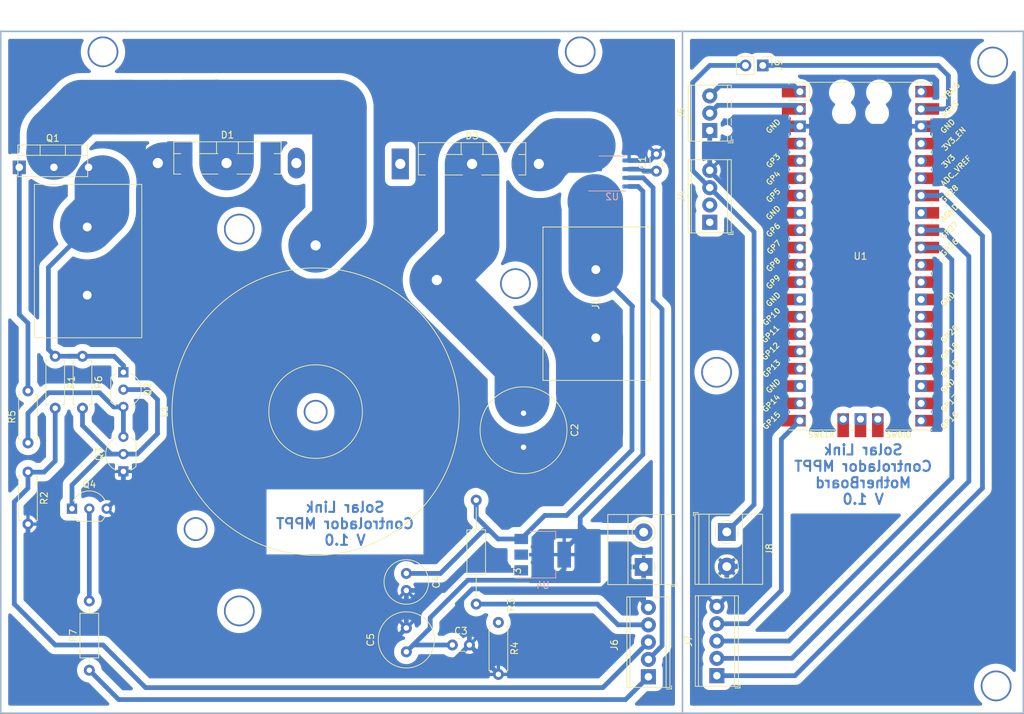
<source format=kicad_pcb>
(kicad_pcb (version 20221018) (generator pcbnew)
  (layers (0 "F.Cu" signal) (31 "B.Cu" signal) (34 "B.Paste" user) (35 "F.Paste" user) (36 "B.SilkS" user "B.Silkscreen") (37 "F.SilkS" user "F.Silkscreen") (38 "B.Mask" user) (39 "F.Mask" user) (44 "Edge.Cuts" user))
  (net 0 "")
  (net 1 "Net-(D3-A)")
  (net 2 "Bat+")
  (net 3 "Fuente 5V")
  (net 4 "Net-(D1-K)")
  (net 5 "BuckOut")
  (net 6 "Panel+")
  (net 7 "PiSDA")
  (net 8 "PiSCL")
  (net 9 "Pi Rx")
  (net 10 "Pi Tx")
  (net 11 "Pi4")
  (net 12 "Pi3")
  (net 13 "Net-(Q1-G)")
  (net 14 "Net-(Q2-B)")
  (net 15 "Net-(Q2-E)")
  (net 16 "Net-(Q4-B)")
  (net 17 "Pi1")
  (net 18 "Pi2")
  (net 19 "Pi SDA")
  (net 20 "Pi SCL")
  (net 53 "Masa")
  (net 54 "Net-(U2-FILTER)")
  (net 55 "Net-(J9-Pin_1)")
  (footprint "Resistor_THT:R_Axial_DIN0207_L6.3mm_D2.5mm_P7.62mm_Horizontal" (layer "F.Cu") (at 71 86.65 -90)
    (fp_text reference "R1" (at 3.81 -2.37 -90) (layer "F.SilkS"))
    (fp_text value "150k")
    (pad "1" thru_hole circle (at 0 0 270) (size 1.6 1.6) (drill 0.8) (layers "*.Cu" "*.Mask") (net 6 "Panel+"))
    (pad "2" thru_hole oval (at 7.62 0 270) (size 1.6 1.6) (drill 0.8) (layers "*.Cu" "*.Mask") (net 17 "Pi1"))
  )
  (footprint "TerminalBlock_Phoenix:TerminalBlock_Phoenix_MPT-0,5-3-2.54_1x03_P2.54mm_Horizontal" (layer "F.Cu") (at 167 53.54 90)
    (fp_text reference "J5" (at 2.54 -4.16 90) (layer "F.SilkS"))
    (fp_text value "ESP32")
    (pad "" np_thru_hole circle (at 0 2.54 90) (size 1.1 1.1) (drill 1.1) (layers "*.Cu" "*.Mask"))
    (pad "" np_thru_hole circle (at 2.54 2.54 90) (size 1.1 1.1) (drill 1.1) (layers "*.Cu" "*.Mask"))
    (pad "" np_thru_hole circle (at 5.08 2.54 90) (size 1.1 1.1) (drill 1.1) (layers "*.Cu" "*.Mask"))
    (pad "1" thru_hole rect (at 0 0 90) (size 2.2 2.2) (drill 1.1) (layers "*.Cu" "*.Mask") (net 53 "Masa"))
    (pad "2" thru_hole circle (at 2.54 0 90) (size 2.2 2.2) (drill 1.1) (layers "*.Cu" "*.Mask") (net 9 "Pi Rx"))
    (pad "3" thru_hole circle (at 5.08 0 90) (size 2.2 2.2) (drill 1.1) (layers "*.Cu" "*.Mask") (net 10 "Pi Tx"))
  )
  (footprint "Raspberry Pi Pico:RPi_Pico_SMD_TH" (layer "F.Cu") (at 189.11 71.97)
    (fp_text reference "U1" (at 0 0) (layer "F.SilkS"))
    (fp_text value "Pico")
    (fp_text user "GND" (at 12.8 6.35 45) (layer "F.SilkS") (effects (font (size 0.8 0.8))))
    (fp_text user "GP14" (at -13.1 21.59 45) (layer "F.SilkS") (effects (font (size 0.8 0.8))))
    (fp_text user "GP17" (at 13.054 21.59 45) (layer "F.SilkS") (effects (font (size 0.8 0.8))))
    (fp_text user "GP19" (at 13.054 13.97 45) (layer "F.SilkS") (effects (font (size 0.8 0.8))))
    (fp_text user "GND" (at 12.8 19.05 45) (layer "F.SilkS") (effects (font (size 0.8 0.8))))
    (fp_text user "GP9" (at -12.8 3.81 45) (layer "F.SilkS") (effects (font (size 0.8 0.8))))
    (fp_text user "GP20" (at 13.054 11.43 45) (layer "F.SilkS") (effects (font (size 0.8 0.8))))
    (fp_text user "GP5" (at -12.8 -8.89 45) (layer "F.SilkS") (effects (font (size 0.8 0.8))))
    (fp_text user "ADC_VREF" (at 14 -12.5 45) (layer "F.SilkS") (effects (font (size 0.8 0.8))))
    (fp_text user "GP8" (at -12.8 1.27 45) (layer "F.SilkS") (effects (font (size 0.8 0.8))))
    (fp_text user "SWCLK" (at -5.7 26.2) (layer "F.SilkS") (effects (font (size 0.8 0.8))))
    (fp_text user "GP12" (at -13.2 13.97 45) (layer "F.SilkS") (effects (font (size 0.8 0.8))))
    (fp_text user "GND" (at 12.8 -19.05 45) (layer "F.SilkS") (effects (font (size 0.8 0.8))))
    (fp_text user "GND" (at -12.8 6.35 45) (layer "F.SilkS") (effects (font (size 0.8 0.8))))
    (fp_text user "GP28" (at 13.054 -9.144 45) (layer "F.SilkS") (effects (font (size 0.8 0.8))))
    (fp_text user "3V3" (at 12.9 -13.9 45) (layer "F.SilkS") (effects (font (size 0.8 0.8))))
    (fp_text user "GP11" (at -13.2 11.43 45) (layer "F.SilkS") (effects (font (size 0.8 0.8))))
    (fp_text user "3V3_EN" (at 13.7 -17.2 45) (layer "F.SilkS") (effects (font (size 0.8 0.8))))
    (fp_text user "GP3" (at -12.8 -13.97 45) (layer "F.SilkS") (effects (font (size 0.8 0.8))))
    (fp_text user "GP10" (at -13.054 8.89 45) (layer "F.SilkS") (effects (font (size 0.8 0.8))))
    (fp_text user "AGND" (at 13.054 -6.35 45) (layer "F.SilkS") (effects (font (size 0.8 0.8))))
    (fp_text user "GP18" (at 13.054 16.51 45) (layer "F.SilkS") (effects (font (size 0.8 0.8))))
    (fp_text user "GP4" (at -12.8 -11.43 45) (layer "F.SilkS") (effects (font (size 0.8 0.8))))
    (fp_text user "GND" (at -12.8 19.05 45) (layer "F.SilkS") (effects (font (size 0.8 0.8))))
    (fp_text user "GP6" (at -12.8 -3.81 45) (layer "F.SilkS") (effects (font (size 0.8 0.8))))
    (fp_text user "VBUS" (at 13.3 -24.2 45) (layer "F.SilkS") (effects (font (size 0.8 0.8))))
    (fp_text user "GP27" (at 13.054 -3.8 45) (layer "F.SilkS") (effects (font (size 0.8 0.8))))
    (fp_text user "GP7" (at -12.7 -1.3 45) (layer "F.SilkS") (effects (font (size 0.8 0.8))))
    (fp_text user "GP15" (at -13.054 24.13 45) (layer "F.SilkS") (effects (font (size 0.8 0.8))))
    (fp_text user "GP16" (at 13.054 24.13 45) (layer "F.SilkS") (effects (font (size 0.8 0.8))))
    (fp_text user "GND" (at -12.8 -6.35 45) (layer "F.SilkS") (effects (font (size 0.8 0.8))))
    (fp_text user "SWDIO" (at 5.6 26.2) (layer "F.SilkS") (effects (font (size 0.8 0.8))))
    (fp_text user "VSYS" (at 13.2 -21.59 45) (layer "F.SilkS") (effects (font (size 0.8 0.8))))
    (fp_text user "GP13" (at -13.054 16.51 45) (layer "F.SilkS") (effects (font (size 0.8 0.8))))
    (fp_text user "GND" (at -12.8 -19.05 45) (layer "F.SilkS") (effects (font (size 0.8 0.8))))
    (fp_text user "GP26" (at 13.054 -1.27 45) (layer "F.SilkS") (effects (font (size 0.8 0.8))))
    (pad "" np_thru_hole oval (at -2.725 -24) (size 1.8 1.8) (drill 1.8) (layers "*.Cu" "*.Mask"))
    (pad "" np_thru_hole oval (at -2.425 -20.97) (size 1.5 1.5) (drill 1.5) (layers "*.Cu" "*.Mask"))
    (pad "" np_thru_hole oval (at 2.425 -20.97) (size 1.5 1.5) (drill 1.5) (layers "*.Cu" "*.Mask"))
    (pad "" np_thru_hole oval (at 2.725 -24) (size 1.8 1.8) (drill 1.8) (layers "*.Cu" "*.Mask"))
    (pad "1" thru_hole oval (at -8.89 -24.13) (size 1.7 1.7) (drill 1.02) (layers "*.Cu" "*.Mask") (net 10 "Pi Tx"))
    (pad "1" smd rect (at -8.89 -24.13) (size 3.5 1.7) (drill (offset -0.9 0)) (layers "F.Cu" "F.Mask") (net 10 "Pi Tx"))
    (pad "2" thru_hole oval (at -8.89 -21.59) (size 1.7 1.7) (drill 1.02) (layers "*.Cu" "*.Mask") (net 9 "Pi Rx"))
    (pad "2" smd rect (at -8.89 -21.59) (size 3.5 1.7) (drill (offset -0.9 0)) (layers "F.Cu" "F.Mask") (net 9 "Pi Rx"))
    (pad "3" thru_hole rect (at -8.89 -19.05) (size 1.7 1.7) (drill 1.02) (layers "*.Cu" "*.Mask") (net 53 "Masa"))
    (pad "3" smd rect (at -8.89 -19.05) (size 3.5 1.7) (drill (offset -0.9 0)) (layers "F.Cu" "F.Mask") (net 53 "Masa"))
    (pad "4" thru_hole oval (at -8.89 -16.51) (size 1.7 1.7) (drill 1.02) (layers "*.Cu" "*.Mask") (net 19 "Pi SDA"))
    (pad "4" smd rect (at -8.89 -16.51) (size 3.5 1.7) (drill (offset -0.9 0)) (layers "F.Cu" "F.Mask") (net 19 "Pi SDA"))
    (pad "5" thru_hole oval (at -8.89 -13.97) (size 1.7 1.7) (drill 1.02) (layers "*.Cu" "*.Mask") (net 20 "Pi SCL"))
    (pad "5" smd rect (at -8.89 -13.97) (size 3.5 1.7) (drill (offset -0.9 0)) (layers "F.Cu" "F.Mask") (net 20 "Pi SCL"))
    (pad "6" thru_hole oval (at -8.89 -11.43) (size 1.7 1.7) (drill 1.02) (layers "*.Cu" "*.Mask"))
    (pad "6" smd rect (at -8.89 -11.43) (size 3.5 1.7) (drill (offset -0.9 0)) (layers "F.Cu" "F.Mask"))
    (pad "7" thru_hole oval (at -8.89 -8.89) (size 1.7 1.7) (drill 1.02) (layers "*.Cu" "*.Mask"))
    (pad "7" smd rect (at -8.89 -8.89) (size 3.5 1.7) (drill (offset -0.9 0)) (layers "F.Cu" "F.Mask"))
    (pad "8" thru_hole rect (at -8.89 -6.35) (size 1.7 1.7) (drill 1.02) (layers "*.Cu" "*.Mask"))
    (pad "8" smd rect (at -8.89 -6.35) (size 3.5 1.7) (drill (offset -0.9 0)) (layers "F.Cu" "F.Mask"))
    (pad "9" thru_hole oval (at -8.89 -3.81) (size 1.7 1.7) (drill 1.02) (layers "*.Cu" "*.Mask"))
    (pad "9" smd rect (at -8.89 -3.81) (size 3.5 1.7) (drill (offset -0.9 0)) (layers "F.Cu" "F.Mask"))
    (pad "10" thru_hole oval (at -8.89 -1.27) (size 1.7 1.7) (drill 1.02) (layers "*.Cu" "*.Mask"))
    (pad "10" smd rect (at -8.89 -1.27) (size 3.5 1.7) (drill (offset -0.9 0)) (layers "F.Cu" "F.Mask"))
    (pad "11" thru_hole oval (at -8.89 1.27) (size 1.7 1.7) (drill 1.02) (layers "*.Cu" "*.Mask"))
    (pad "11" smd rect (at -8.89 1.27) (size 3.5 1.7) (drill (offset -0.9 0)) (layers "F.Cu" "F.Mask"))
    (pad "12" thru_hole oval (at -8.89 3.81) (size 1.7 1.7) (drill 1.02) (layers "*.Cu" "*.Mask"))
    (pad "12" smd rect (at -8.89 3.81) (size 3.5 1.7) (drill (offset -0.9 0)) (layers "F.Cu" "F.Mask"))
    (pad "13" thru_hole rect (at -8.89 6.35) (size 1.7 1.7) (drill 1.02) (layers "*.Cu" "*.Mask"))
    (pad "13" smd rect (at -8.89 6.35) (size 3.5 1.7) (drill (offset -0.9 0)) (layers "F.Cu" "F.Mask"))
    (pad "14" thru_hole oval (at -8.89 8.89) (size 1.7 1.7) (drill 1.02) (layers "*.Cu" "*.Mask"))
    (pad "14" smd rect (at -8.89 8.89) (size 3.5 1.7) (drill (offset -0.9 0)) (layers "F.Cu" "F.Mask"))
    (pad "15" thru_hole oval (at -8.89 11.43) (size 1.7 1.7) (drill 1.02) (layers "*.Cu" "*.Mask"))
    (pad "15" smd rect (at -8.89 11.43) (size 3.5 1.7) (drill (offset -0.9 0)) (layers "F.Cu" "F.Mask"))
    (pad "16" thru_hole oval (at -8.89 13.97) (size 1.7 1.7) (drill 1.02) (layers "*.Cu" "*.Mask"))
    (pad "16" smd rect (at -8.89 13.97) (size 3.5 1.7) (drill (offset -0.9 0)) (layers "F.Cu" "F.Mask"))
    (pad "17" thru_hole oval (at -8.89 16.51) (size 1.7 1.7) (drill 1.02) (layers "*.Cu" "*.Mask"))
    (pad "17" smd rect (at -8.89 16.51) (size 3.5 1.7) (drill (offset -0.9 0)) (layers "F.Cu" "F.Mask"))
    (pad "18" thru_hole rect (at -8.89 19.05) (size 1.7 1.7) (drill 1.02) (layers "*.Cu" "*.Mask"))
    (pad "18" smd rect (at -8.89 19.05) (size 3.5 1.7) (drill (offset -0.9 0)) (layers "F.Cu" "F.Mask"))
    (pad "19" thru_hole oval (at -8.89 21.59) (size 1.7 1.7) (drill 1.02) (layers "*.Cu" "*.Mask"))
    (pad "19" smd rect (at -8.89 21.59) (size 3.5 1.7) (drill (offset -0.9 0)) (layers "F.Cu" "F.Mask"))
    (pad "20" thru_hole oval (at -8.89 24.13) (size 1.7 1.7) (drill 1.02) (layers "*.Cu" "*.Mask") (net 11 "Pi4"))
    (pad "20" smd rect (at -8.89 24.13) (size 3.5 1.7) (drill (offset -0.9 0)) (layers "F.Cu" "F.Mask") (net 11 "Pi4"))
    (pad "21" thru_hole oval (at 8.89 24.13) (size 1.7 1.7) (drill 1.02) (layers "*.Cu" "*.Mask"))
    (pad "21" smd rect (at 8.89 24.13) (size 3.5 1.7) (drill (offset 0.9 0)) (layers "F.Cu" "F.Mask"))
    (pad "22" thru_hole oval (at 8.89 21.59) (size 1.7 1.7) (drill 1.02) (layers "*.Cu" "*.Mask"))
    (pad "22" smd rect (at 8.89 21.59) (size 3.5 1.7) (drill (offset 0.9 0)) (layers "F.Cu" "F.Mask"))
    (pad "23" thru_hole rect (at 8.89 19.05) (size 1.7 1.7) (drill 1.02) (layers "*.Cu" "*.Mask"))
    (pad "23" smd rect (at 8.89 19.05) (size 3.5 1.7) (drill (offset 0.9 0)) (layers "F.Cu" "F.Mask"))
    (pad "24" thru_hole oval (at 8.89 16.51) (size 1.7 1.7) (drill 1.02) (layers "*.Cu" "*.Mask"))
    (pad "24" smd rect (at 8.89 16.51) (size 3.5 1.7) (drill (offset 0.9 0)) (layers "F.Cu" "F.Mask"))
    (pad "25" thru_hole oval (at 8.89 13.97) (size 1.7 1.7) (drill 1.02) (layers "*.Cu" "*.Mask"))
    (pad "25" smd rect (at 8.89 13.97) (size 3.5 1.7) (drill (offset 0.9 0)) (layers "F.Cu" "F.Mask"))
    (pad "26" thru_hole oval (at 8.89 11.43) (size 1.7 1.7) (drill 1.02) (layers "*.Cu" "*.Mask"))
    (pad "26" smd rect (at 8.89 11.43) (size 3.5 1.7) (drill (offset 0.9 0)) (layers "F.Cu" "F.Mask"))
    (pad "27" thru_hole oval (at 8.89 8.89) (size 1.7 1.7) (drill 1.02) (layers "*.Cu" "*.Mask"))
    (pad "27" smd rect (at 8.89 8.89) (size 3.5 1.7) (drill (offset 0.9 0)) (layers "F.Cu" "F.Mask"))
    (pad "28" thru_hole rect (at 8.89 6.35) (size 1.7 1.7) (drill 1.02) (layers "*.Cu" "*.Mask"))
    (pad "28" smd rect (at 8.89 6.35) (size 3.5 1.7) (drill (offset 0.9 0)) (layers "F.Cu" "F.Mask"))
    (pad "29" thru_hole oval (at 8.89 3.81) (size 1.7 1.7) (drill 1.02) (layers "*.Cu" "*.Mask"))
    (pad "29" smd rect (at 8.89 3.81) (size 3.5 1.7) (drill (offset 0.9 0)) (layers "F.Cu" "F.Mask"))
    (pad "30" thru_hole oval (at 8.89 1.27) (size 1.7 1.7) (drill 1.02) (layers "*.Cu" "*.Mask"))
    (pad "30" smd rect (at 8.89 1.27) (size 3.5 1.7) (drill (offset 0.9 0)) (layers "F.Cu" "F.Mask"))
    (pad "31" thru_hole oval (at 8.89 -1.27) (size 1.7 1.7) (drill 1.02) (layers "*.Cu" "*.Mask") (net 17 "Pi1"))
    (pad "31" smd rect (at 8.89 -1.27) (size 3.5 1.7) (drill (offset 0.9 0)) (layers "F.Cu" "F.Mask") (net 17 "Pi1"))
    (pad "32" thru_hole oval (at 8.89 -3.81) (size 1.7 1.7) (drill 1.02) (layers "*.Cu" "*.Mask") (net 18 "Pi2"))
    (pad "32" smd rect (at 8.89 -3.81) (size 3.5 1.7) (drill (offset 0.9 0)) (layers "F.Cu" "F.Mask") (net 18 "Pi2"))
    (pad "33" thru_hole rect (at 8.89 -6.35) (size 1.7 1.7) (drill 1.02) (layers "*.Cu" "*.Mask"))
    (pad "33" smd rect (at 8.89 -6.35) (size 3.5 1.7) (drill (offset 0.9 0)) (layers "F.Cu" "F.Mask"))
    (pad "34" thru_hole oval (at 8.89 -8.89) (size 1.7 1.7) (drill 1.02) (layers "*.Cu" "*.Mask") (net 12 "Pi3"))
    (pad "34" smd rect (at 8.89 -8.89) (size 3.5 1.7) (drill (offset 0.9 0)) (layers "F.Cu" "F.Mask") (net 12 "Pi3"))
    (pad "35" thru_hole oval (at 8.89 -11.43) (size 1.7 1.7) (drill 1.02) (layers "*.Cu" "*.Mask"))
    (pad "35" smd rect (at 8.89 -11.43) (size 3.5 1.7) (drill (offset 0.9 0)) (layers "F.Cu" "F.Mask"))
    (pad "36" thru_hole oval (at 8.89 -13.97) (size 1.7 1.7) (drill 1.02) (layers "*.Cu" "*.Mask"))
    (pad "36" smd rect (at 8.89 -13.97) (size 3.5 1.7) (drill (offset 0.9 0)) (layers "F.Cu" "F.Mask"))
    (pad "37" thru_hole oval (at 8.89 -16.51) (size 1.7 1.7) (drill 1.02) (layers "*.Cu" "*.Mask"))
    (pad "37" smd rect (at 8.89 -16.51) (size 3.5 1.7) (drill (offset 0.9 0)) (layers "F.Cu" "F.Mask"))
    (pad "38" thru_hole rect (at 8.89 -19.05) (size 1.7 1.7) (drill 1.02) (layers "*.Cu" "*.Mask") (net 53 "Masa"))
    (pad "38" smd rect (at 8.89 -19.05) (size 3.5 1.7) (drill (offset 0.9 0)) (layers "F.Cu" "F.Mask") (net 53 "Masa"))
    (pad "39" thru_hole oval (at 8.89 -21.59) (size 1.7 1.7) (drill 1.02) (layers "*.Cu" "*.Mask") (net 55 "Net-(J9-Pin_1)"))
    (pad "39" smd rect (at 8.89 -21.59) (size 3.5 1.7) (drill (offset 0.9 0)) (layers "F.Cu" "F.Mask") (net 55 "Net-(J9-Pin_1)"))
    (pad "40" thru_hole oval (at 8.89 -24.13) (size 1.7 1.7) (drill 1.02) (layers "*.Cu" "*.Mask"))
    (pad "40" smd rect (at 8.89 -24.13) (size 3.5 1.7) (drill (offset 0.9 0)) (layers "F.Cu" "F.Mask"))
    (pad "41" thru_hole oval (at -2.54 23.9) (size 1.7 1.7) (drill 1.02) (layers "*.Cu" "*.Mask"))
    (pad "41" smd rect (at -2.54 23.9 90) (size 3.5 1.7) (drill (offset -0.9 0)) (layers "F.Cu" "F.Mask"))
    (pad "42" thru_hole rect (at 0 23.9) (size 1.7 1.7) (drill 1.02) (layers "*.Cu" "*.Mask"))
    (pad "42" smd rect (at 0 23.9 90) (size 3.5 1.7) (drill (offset -0.9 0)) (layers "F.Cu" "F.Mask"))
    (pad "43" thru_hole oval (at 2.54 23.9) (size 1.7 1.7) (drill 1.02) (layers "*.Cu" "*.Mask"))
    (pad "43" smd rect (at 2.54 23.9 90) (size 3.5 1.7) (drill (offset -0.9 0)) (layers "F.Cu" "F.Mask"))
  )
  (footprint "Capacitor_THT:C_Radial_D6.3mm_H11.0mm_P2.50mm" (layer "F.Cu") (at 122.5 118.5 -90)
    (fp_text reference "C4" (at 1.25 -4.4 90) (layer "F.SilkS"))
    (fp_text value "10uF")
    (pad "1" thru_hole circle (at 0 0 270) (size 1.6 1.6) (drill 0.8) (layers "*.Cu" "*.Mask") (net 2 "Bat+"))
    (pad "2" thru_hole circle (at 2.5 0 270) (size 1.6 1.6) (drill 0.8) (layers "*.Cu" "*.Mask") (net 53 "Masa"))
  )
  (footprint "TerminalBlock_Phoenix:TerminalBlock_Phoenix_MKDS-1,5-2-5.08_1x02_P5.08mm_Horizontal" (layer "F.Cu") (at 169.5 112.42 -90)
    (fp_text reference "J8" (at 2.54 -6.26 90) (layer "F.SilkS"))
    (fp_text value "Fuente 5v IN")
    (pad "1" thru_hole rect (at 0 0 270) (size 2.6 2.6) (drill 1.3) (layers "*.Cu" "*.Mask") (net 3 "Fuente 5V"))
    (pad "2" thru_hole circle (at 5.08 0 270) (size 2.6 2.6) (drill 1.3) (layers "*.Cu" "*.Mask") (net 53 "Masa"))
  )
  (footprint "Resistor_THT:R_Axial_DIN0207_L6.3mm_D2.5mm_P7.62mm_Horizontal" (layer "F.Cu") (at 75 86.65 -90)
    (fp_text reference "R6" (at 3.81 -2.37 -90) (layer "F.SilkS"))
    (fp_text value "470")
    (pad "1" thru_hole circle (at 0 0 270) (size 1.6 1.6) (drill 0.8) (layers "*.Cu" "*.Mask") (net 6 "Panel+"))
    (pad "2" thru_hole oval (at 7.62 0 270) (size 1.6 1.6) (drill 0.8) (layers "*.Cu" "*.Mask") (net 14 "Net-(Q2-B)"))
  )
  (footprint "TerminalBlock_Phoenix:TerminalBlock_Phoenix_MKDS-1,5-2-5.08_1x02_P5.08mm_Horizontal" (layer "F.Cu") (at 157.305 117.545 90)
    (fp_text reference "J3" (at -0.96 -18.51 90) (layer "F.SilkS"))
    (fp_text value "Fuente 5V Out")
    (pad "1" thru_hole circle (at 5.08 0 90) (size 2.6 2.6) (drill 1.3) (layers "*.Cu" "*.Mask") (net 3 "Fuente 5V"))
    (pad "2" thru_hole rect (at 0 0 90) (size 2.6 2.6) (drill 1.3) (layers "*.Cu" "*.Mask") (net 53 "Masa"))
  )
  (footprint "Resistor_THT:R_Axial_DIN0207_L6.3mm_D2.5mm_P7.62mm_Horizontal" (layer "F.Cu") (at 67 99.35 90)
    (fp_text reference "R5" (at 3.81 -2.37 90) (layer "F.SilkS"))
    (fp_text value "47")
    (pad "1" thru_hole circle (at 0 0 90) (size 1.6 1.6) (drill 0.8) (layers "*.Cu" "*.Mask") (net 15 "Net-(Q2-E)"))
    (pad "2" thru_hole oval (at 7.62 0 90) (size 1.6 1.6) (drill 0.8) (layers "*.Cu" "*.Mask") (net 13 "Net-(Q1-G)"))
  )
  (footprint "Inductor_THT:L_Toroid_Horizontal_D41.9mm_P37.60mm_Vishay_TJ7" (layer "F.Cu") (at 109.19 113.5675 90)
    (fp_text reference "L1" (at 18.8 -22.2 90) (layer "F.SilkS"))
    (fp_text value "80uH")
    (pad "1" thru_hole circle (at 43.18 0 90) (size 3 3) (drill 1.5) (layers "*.Cu" "*.Mask") (net 4 "Net-(D1-K)"))
    (pad "2" thru_hole circle (at 38.1 17.78 90) (size 3 3) (drill 1.5) (layers "*.Cu" "*.Mask") (net 1 "Net-(D3-A)"))
  )
  (footprint "TerminalBlock_Phoenix:TerminalBlock_Phoenix_MPT-0,5-4-2.54_1x04_P2.54mm_Horizontal" (layer "F.Cu") (at 167 67 90)
    (fp_text reference "J4" (at 3.81 -4.16 90) (layer "F.SilkS"))
    (fp_text value "LCD")
    (pad "1" thru_hole rect (at 0 0 90) (size 2.2 2.2) (drill 1.1) (layers "*.Cu" "*.Mask") (net 7 "PiSDA"))
    (pad "2" thru_hole circle (at 2.54 0 90) (size 2.2 2.2) (drill 1.1) (layers "*.Cu" "*.Mask") (net 8 "PiSCL"))
    (pad "3" thru_hole circle (at 5.08 0 90) (size 2.2 2.2) (drill 1.1) (layers "*.Cu" "*.Mask") (net 3 "Fuente 5V"))
    (pad "4" thru_hole circle (at 7.62 0 90) (size 2.2 2.2) (drill 1.1) (layers "*.Cu" "*.Mask") (net 53 "Masa"))
  )
  (footprint "Capacitor_THT:C_Disc_D3.0mm_W1.6mm_P2.50mm" (layer "F.Cu") (at 129.25 129)
    (fp_text reference "C3" (at 1.25 -2.05) (layer "F.SilkS"))
    (fp_text value "0,1uF")
    (pad "1" thru_hole circle (at 0 0) (size 1.6 1.6) (drill 0.8) (layers "*.Cu" "*.Mask") (net 3 "Fuente 5V"))
    (pad "2" thru_hole circle (at 2.5 0) (size 1.6 1.6) (drill 0.8) (layers "*.Cu" "*.Mask") (net 53 "Masa"))
  )
  (footprint "Package_TO_SOT_THT:TO-3P-3_Vertical" (layer "F.Cu") (at 91.13 58.315)
    (fp_text reference "D1" (at 5.13 -4.12) (layer "F.SilkS"))
    (fp_text value "D")
    (pad "1" thru_hole oval (at 5 0) (size 2.5 4.5) (drill 1.5) (layers "*.Cu" "*.Mask") (net 4 "Net-(D1-K)"))
    (pad "2" thru_hole rect (at -5.08 0) (size 2.5 4.5) (drill 1.5) (layers "*.Cu" "*.Mask") (net 53 "Masa"))
    (pad "3" thru_hole oval (at 15.24 0) (size 2.5 4.5) (drill 1.5) (layers "*.Cu" "*.Mask"))
  )
  (footprint "Package_TO_SOT_THT:TO-220-3_Vertical" (layer "F.Cu") (at 65.73 58.94)
    (fp_text reference "Q1" (at 4.91 -4.27) (layer "F.SilkS"))
    (fp_text value "IRLZ44N")
    (pad "1" thru_hole rect (at 0 0) (size 1.905 2) (drill 1.1) (layers "*.Cu" "*.Mask") (net 13 "Net-(Q1-G)"))
    (pad "2" thru_hole oval (at 5.08 0) (size 1.905 2) (drill 1.1) (layers "*.Cu" "*.Mask") (net 4 "Net-(D1-K)"))
    (pad "3" thru_hole oval (at 10.16 0) (size 1.905 2) (drill 1.1) (layers "*.Cu" "*.Mask") (net 6 "Panel+"))
  )
  (footprint "Capacitor_THT:C_Disc_D3.0mm_W1.6mm_P2.50mm" (layer "F.Cu") (at 159.165 59.5 90)
    (fp_text reference "C1" (at 1.25 -2.05 90) (layer "F.SilkS"))
    (fp_text value "1nF")
    (pad "1" thru_hole circle (at 0 0 90) (size 1.6 1.6) (drill 0.8) (layers "*.Cu" "*.Mask") (net 54 "Net-(U2-FILTER)"))
    (pad "2" thru_hole circle (at 2.5 0 90) (size 1.6 1.6) (drill 0.8) (layers "*.Cu" "*.Mask") (net 53 "Masa"))
  )
  (footprint "Capacitor_THT:C_Radial_D12.5mm_H25.0mm_P5.00mm" (layer "F.Cu") (at 139.69 95 -90)
    (fp_text reference "C2" (at 2.5 -7.5 90) (layer "F.SilkS"))
    (fp_text value "1000uF")
    (pad "1" thru_hole circle (at 0 0 270) (size 1.6 1.6) (drill 0.8) (layers "*.Cu" "*.Mask") (net 1 "Net-(D3-A)"))
    (pad "2" thru_hole circle (at 5 0 270) (size 1.6 1.6) (drill 0.8) (layers "*.Cu" "*.Mask") (net 53 "Masa"))
  )
  (footprint "TerminalBlock_Phoenix:TerminalBlock_Phoenix_MPT-0,5-5-2.54_1x05_P2.54mm_Horizontal" (layer "F.Cu") (at 168.04 133.5 90)
    (fp_text reference "J7" (at 5.08 -4.16 90) (layer "F.SilkS"))
    (fp_text value "Intercom 2")
    (pad "1" thru_hole circle (at 7.62 0 90) (size 2.2 2.2) (drill 1.1) (layers "*.Cu" "*.Mask") (net 11 "Pi4"))
    (pad "2" thru_hole rect (at 0 0 90) (size 2.2 2.2) (drill 1.1) (layers "*.Cu" "*.Mask") (net 12 "Pi3"))
    (pad "3" thru_hole circle (at 2.54 0 90) (size 2.2 2.2) (drill 1.1) (layers "*.Cu" "*.Mask") (net 18 "Pi2"))
    (pad "4" thru_hole circle (at 5.08 0 90) (size 2.2 2.2) (drill 1.1) (layers "*.Cu" "*.Mask") (net 17 "Pi1"))
    (pad "5" thru_hole circle (at 10.16 0 90) (size 2.2 2.2) (drill 1.1) (layers "*.Cu" "*.Mask") (net 53 "Masa"))
  )
  (footprint "Resistor_THT:R_Axial_DIN0207_L6.3mm_D2.5mm_P7.62mm_Horizontal" (layer "F.Cu") (at 67 103.65 -90)
    (fp_text reference "R2" (at 3.81 -2.37 -90) (layer "F.SilkS"))
    (fp_text value "10k")
    (pad "1" thru_hole circle (at 0 0 270) (size 1.6 1.6) (drill 0.8) (layers "*.Cu" "*.Mask") (net 17 "Pi1"))
    (pad "2" thru_hole oval (at 7.62 0 270) (size 1.6 1.6) (drill 0.8) (layers "*.Cu" "*.Mask") (net 53 "Masa"))
  )
  (footprint "Capacitor_THT:C_Radial_D8.0mm_H11.5mm_P3.50mm" (layer "F.Cu") (at 122.5 130 90)
    (fp_text reference "C5" (at 1.75 -5.25 90) (layer "F.SilkS"))
    (fp_text value "100uF")
    (pad "1" thru_hole circle (at 0 0 90) (size 1.6 1.6) (drill 0.8) (layers "*.Cu" "*.Mask") (net 3 "Fuente 5V"))
    (pad "2" thru_hole circle (at 3.5 0 90) (size 1.6 1.6) (drill 0.8) (layers "*.Cu" "*.Mask") (net 53 "Masa"))
  )
  (footprint "Package_TO_SOT_THT:TO-92_Inline_Wide" (layer "F.Cu") (at 81 103.54 90)
    (fp_text reference "Q3" (at 2.54 -3.56 90) (layer "F.SilkS"))
    (fp_text value "BC558")
    (pad "1" thru_hole rect (at 0 0 90) (size 1.5 1.5) (drill 0.8) (layers "*.Cu" "*.Mask") (net 53 "Masa"))
    (pad "2" thru_hole circle (at 2.54 0 90) (size 1.5 1.5) (drill 0.8) (layers "*.Cu" "*.Mask") (net 14 "Net-(Q2-B)"))
    (pad "3" thru_hole circle (at 5.08 0 90) (size 1.5 1.5) (drill 0.8) (layers "*.Cu" "*.Mask") (net 15 "Net-(Q2-E)"))
  )
  (footprint "Package_TO_SOT_THT:TO-3P-3_Vertical" (layer "F.Cu") (at 126.69 58.44)
    (fp_text reference "D3" (at 5.45 -4.12) (layer "F.SilkS"))
    (fp_text value "D")
    (pad "1" thru_hole oval (at 15.24 0) (size 2.5 4.5) (drill 1.5) (layers "*.Cu" "*.Mask") (net 5 "BuckOut"))
    (pad "2" thru_hole oval (at 5.45 0) (size 2.5 4.5) (drill 1.5) (layers "*.Cu" "*.Mask") (net 1 "Net-(D3-A)"))
    (pad "3" thru_hole rect (at -5.08 0) (size 2.5 4.5) (drill 1.5) (layers "*.Cu" "*.Mask"))
  )
  (footprint "TerminalBlock_MetzConnect:TerminalBlock_MetzConnect_Type067_RT01902HDWC_1x02_P10.00mm_Horizontal" (layer "F.Cu") (at 75.69 77.94 90)
    (fp_text reference "J2" hide)
    (fp_text value "Panel Solar" hide)
    (pad "1" thru_hole circle (at 10.25 0 90) (size 2.6 2.6) (drill 1.3) (layers "*.Cu" "*.Mask") (net 6 "Panel+"))
    (pad "2" thru_hole rect (at 0.25 0 90) (size 2.6 2.6) (drill 1.3) (layers "*.Cu" "*.Mask") (net 53 "Masa"))
  )
  (footprint "Resistor_THT:R_Axial_DIN0207_L6.3mm_D2.5mm_P7.62mm_Horizontal" (layer "F.Cu") (at 136 125.69 -90)
    (fp_text reference "R4" (at 3.81 -2.37 -90) (layer "F.SilkS"))
    (fp_text value "10k")
    (pad "1" thru_hole circle (at 0 0 270) (size 1.6 1.6) (drill 0.8) (layers "*.Cu" "*.Mask") (net 18 "Pi2"))
    (pad "2" thru_hole oval (at 7.62 0 270) (size 1.6 1.6) (drill 0.8) (layers "*.Cu" "*.Mask") (net 53 "Masa"))
  )
  (footprint "Connector_PinHeader_2.54mm:PinHeader_1x02_P2.54mm_Vertical" (layer "F.Cu") (at 174.775 44 -90)
    (fp_text reference "J9" (at 0 -2.33 -90) (layer "F.SilkS"))
    (fp_text value "Conn_01x02_MountingPin")
    (pad "1" thru_hole rect (at 0 0 270) (size 1.7 1.7) (drill 1) (layers "*.Cu" "*.Mask") (net 55 "Net-(J9-Pin_1)"))
    (pad "2" thru_hole oval (at 0 2.54 270) (size 1.7 1.7) (drill 1) (layers "*.Cu" "*.Mask") (net 3 "Fuente 5V"))
  )
  (footprint "Resistor_THT:R_Axial_DIN0207_L6.3mm_D2.5mm_P15.24mm_Horizontal" (layer "F.Cu") (at 132.75 107.76 -90)
    (fp_text reference "R3" (at 15.37 -5.12 -90) (layer "F.SilkS"))
    (fp_text value "100k")
    (pad "1" thru_hole circle (at 0 0 270) (size 1.6 1.6) (drill 0.8) (layers "*.Cu" "*.Mask") (net 2 "Bat+"))
    (pad "2" thru_hole oval (at 15.24 0 270) (size 1.6 1.6) (drill 0.8) (layers "*.Cu" "*.Mask") (net 18 "Pi2"))
  )
  (footprint "TerminalBlock_MetzConnect:TerminalBlock_MetzConnect_Type067_RT01902HDWC_1x02_P10.00mm_Horizontal" (layer "F.Cu") (at 150.285 83.94 90)
    (fp_text reference "J1" (at 5 0 90) (layer "F.SilkS"))
    (fp_text value "Bateria")
    (pad "1" thru_hole circle (at 10 0 90) (size 2.6 2.6) (drill 1.3) (layers "*.Cu" "*.Mask") (net 2 "Bat+"))
    (pad "2" thru_hole rect (at 0 0 90) (size 2.6 2.6) (drill 1.3) (layers "*.Cu" "*.Mask") (net 53 "Masa"))
  )
  (footprint "Package_TO_SOT_THT:TO-92_Inline_Wide" (layer "F.Cu") (at 81 89 -90)
    (fp_text reference "Q2" (at 2.54 -3.56 -90) (layer "F.SilkS"))
    (fp_text value "BC548")
    (pad "1" thru_hole rect (at 0 0 270) (size 1.5 1.5) (drill 0.8) (layers "*.Cu" "*.Mask") (net 6 "Panel+"))
    (pad "2" thru_hole circle (at 2.54 0 270) (size 1.5 1.5) (drill 0.8) (layers "*.Cu" "*.Mask") (net 14 "Net-(Q2-B)"))
    (pad "3" thru_hole circle (at 5.08 0 270) (size 1.5 1.5) (drill 0.8) (layers "*.Cu" "*.Mask") (net 15 "Net-(Q2-E)"))
  )
  (footprint "Package_TO_SOT_THT:TO-92_Inline_Wide" (layer "F.Cu") (at 73.46 109)
    (fp_text reference "Q4" (at 2.54 -3.56) (layer "F.SilkS"))
    (fp_text value "BC548")
    (pad "1" thru_hole rect (at 0 0) (size 1.5 1.5) (drill 0.8) (layers "*.Cu" "*.Mask") (net 14 "Net-(Q2-B)"))
    (pad "2" thru_hole circle (at 2.54 0) (size 1.5 1.5) (drill 0.8) (layers "*.Cu" "*.Mask") (net 16 "Net-(Q4-B)"))
    (pad "3" thru_hole circle (at 5.08 0) (size 1.5 1.5) (drill 0.8) (layers "*.Cu" "*.Mask") (net 53 "Masa"))
  )
  (footprint "Resistor_THT:R_Axial_DIN0207_L6.3mm_D2.5mm_P10.16mm_Horizontal" (layer "F.Cu") (at 76 132.7 90)
    (fp_text reference "R7" (at 5.08 -2.37 90) (layer "F.SilkS"))
    (fp_text value "4,7k")
    (pad "1" thru_hole circle (at 0 0 90) (size 1.6 1.6) (drill 0.8) (layers "*.Cu" "*.Mask") (net 11 "Pi4"))
    (pad "2" thru_hole oval (at 10.16 0 90) (size 1.6 1.6) (drill 0.8) (layers "*.Cu" "*.Mask") (net 16 "Net-(Q4-B)"))
  )
  (footprint "TerminalBlock_Phoenix:TerminalBlock_Phoenix_MPT-0,5-5-2.54_1x05_P2.54mm_Horizontal" (layer "F.Cu") (at 158 133.66 90)
    (fp_text reference "J6" (at 4.66 -5 90) (layer "F.SilkS"))
    (fp_text value "Intercom 1")
    (pad "1" thru_hole rect (at 0 0 90) (size 2.2 2.2) (drill 1.1) (layers "*.Cu" "*.Mask") (net 11 "Pi4"))
    (pad "2" thru_hole circle (at 2.54 0 90) (size 2.2 2.2) (drill 1.1) (layers "*.Cu" "*.Mask") (net 12 "Pi3"))
    (pad "3" thru_hole circle (at 7.62 0 90) (size 2.2 2.2) (drill 1.1) (layers "*.Cu" "*.Mask") (net 18 "Pi2"))
    (pad "4" thru_hole circle (at 5.08 0 90) (size 2.2 2.2) (drill 1.1) (layers "*.Cu" "*.Mask") (net 17 "Pi1"))
    (pad "5" thru_hole circle (at 10.16 0 90) (size 2.2 2.2) (drill 1.1) (layers "*.Cu" "*.Mask") (net 53 "Masa"))
  )
  (footprint "Package_TO_SOT_SMD:SOT-223-3_TabPin2" (layer "B.Cu") (at 142.5 115.75)
    (fp_text reference "U4" (at 0 4.5) (layer "B.SilkS") (effects (justify mirror)))
    (fp_text value "AMS1117-5.0")
    (pad "1" smd rect (at -3.15 2.3) (size 2 1.5) (layers "B.Cu" "B.Paste" "B.Mask") (net 53 "Masa"))
    (pad "2" smd rect (at -3.15 0) (size 2 1.5) (layers "B.Cu" "B.Paste" "B.Mask") (net 3 "Fuente 5V"))
    (pad "2" smd rect (at 3.15 0) (size 2 3.8) (layers "B.Cu" "B.Paste" "B.Mask") (net 3 "Fuente 5V"))
    (pad "3" smd rect (at -3.15 -2.3) (size 2 1.5) (layers "B.Cu" "B.Paste" "B.Mask") (net 2 "Bat+"))
  )
  (footprint "Package_SO:SOIC-8_3.9x4.9mm_P1.27mm" (layer "B.Cu") (at 152.69 59.845)
    (fp_text reference "U2" (at 0 3.4) (layer "B.SilkS") (effects (justify mirror)))
    (fp_text value "ACS712xLCTR-20A")
    (pad "1" smd roundrect (at -2.475 1.905) (size 1.95 0.6) (layers "B.Cu" "B.Paste" "B.Mask") (net 2 "Bat+"))
    (pad "2" smd roundrect (at -2.475 0.635) (size 1.95 0.6) (layers "B.Cu" "B.Paste" "B.Mask") (net 2 "Bat+"))
    (pad "3" smd roundrect (at -2.475 -0.635) (size 1.95 0.6) (layers "B.Cu" "B.Paste" "B.Mask") (net 5 "BuckOut"))
    (pad "4" smd roundrect (at -2.475 -1.905) (size 1.95 0.6) (layers "B.Cu" "B.Paste" "B.Mask") (net 5 "BuckOut"))
    (pad "5" smd roundrect (at 2.475 -1.905) (size 1.95 0.6) (layers "B.Cu" "B.Paste" "B.Mask") (net 53 "Masa"))
    (pad "6" smd roundrect (at 2.475 -0.635) (size 1.95 0.6) (layers "B.Cu" "B.Paste" "B.Mask") (net 54 "Net-(U2-FILTER)"))
    (pad "7" smd roundrect (at 2.475 0.635) (size 1.95 0.6) (layers "B.Cu" "B.Paste" "B.Mask") (net 12 "Pi3"))
    (pad "8" smd roundrect (at 2.475 1.905) (size 1.95 0.6) (layers "B.Cu" "B.Paste" "B.Mask") (net 3 "Fuente 5V"))
  )
  (gr_line (start 163 139) (end 163 39) (stroke (width 0.2)) (layer "B.Cu"))
  (gr_line (start 63 39) (end 63 139) (stroke (width 0.2)) (layer "B.Cu"))
  (gr_line (start 63 139) (end 163 139) (stroke (width 0.2)) (layer "B.Cu"))
  (gr_line (start 213 39) (end 63 39) (stroke (width 0.2)) (layer "B.Cu"))
  (gr_line (start 213 139) (end 213 39) (stroke (width 0.2)) (layer "B.Cu"))
  (gr_line (start 163 139) (end 213 139) (stroke (width 0.2)) (layer "B.Cu"))
  (gr_line (start 63 39) (end 63 139) (stroke (width 0.1)) (layer "Edge.Cuts"))
  (gr_line (start 213 139) (end 213 39) (stroke (width 0.1)) (layer "Edge.Cuts"))
  (gr_line (start 213 39) (end 63 39) (stroke (width 0.1)) (layer "Edge.Cuts"))
  (gr_line (start 163 39) (end 163 139) (stroke (width 0.1)) (layer "Edge.Cuts"))
  (gr_line (start 63 139) (end 213 139) (stroke (width 0.1)) (layer "Edge.Cuts"))
  (gr_text "Solar Link\nControlador MPPT\nV 1.0" (at 113.5 114.5) (layer "B.Cu") (effects (font (size 1.5 1.5) (thickness 0.3) bold) (justify bottom mirror)))
  (gr_text "Solar Link\nControlador MPPT\nMotherBoard\nV 1.0\n" (at 189.5 108.5) (layer "B.Cu") (effects (font (size 1.5 1.5) (thickness 0.3) bold) (justify bottom mirror)))
  (via (at 78 42) (size 4.5) (drill 4) (layers "F.Cu" "B.Cu") (net 0))
  (via (at 91.6 112) (size 3.5) (drill 3) (layers "F.Cu" "B.Cu") (net 0))
  (via (at 98 68) (size 4.5) (drill 4) (layers "F.Cu" "B.Cu") (net 0))
  (via (at 208.5 43.5) (size 4.5) (drill 4) (layers "F.Cu" "B.Cu") (net 0))
  (via (at 98 124) (size 4.5) (drill 4) (layers "F.Cu" "B.Cu") (net 0))
  (via (at 209 135) (size 4.5) (drill 4) (layers "F.Cu" "B.Cu") (net 0))
  (via (at 138.5 76) (size 4.5) (drill 4) (layers "F.Cu" "B.Cu") (net 0))
  (via (at 168 89) (size 4.5) (drill 4) (layers "F.Cu" "B.Cu") (net 0))
  (via (at 109.2 94.8) (size 3.5) (drill 3) (layers "F.Cu" "B.Cu") (net 0))
  (via (at 148 42) (size 4.5) (drill 4) (layers "F.Cu" "B.Cu") (net 0))
  (segment (start 139.4425 87.94) (end 139.4425 92.9425) (width 8) (layer "B.Cu") (net 1))
  (segment (start 132.14 70.2975) (end 126.97 75.4675) (width 8) (layer "B.Cu") (net 1))
  (segment (start 139.4425 92.9425) (end 139.5 93) (width 8) (layer "B.Cu") (net 1))
  (segment (start 126.97 75.4675) (end 139.4425 87.94) (width 8) (layer "B.Cu") (net 1))
  (segment (start 132.14 58.44) (end 132.14 70.2975) (width 8) (layer "B.Cu") (net 1))
  (segment (start 139.35 113.45) (end 142.8 110) (width 0.7) (layer "B.Cu") (net 2))
  (segment (start 155.595 79.25) (end 150.285 73.94) (width 0.7) (layer "B.Cu") (net 2))
  (segment (start 142.8 110) (end 146 110) (width 0.7) (layer "B.Cu") (net 2))
  (segment (start 135.95 113.45) (end 139.35 113.45) (width 0.7) (layer "B.Cu") (net 2))
  (segment (start 133.75 112.25) (end 134.75 112.25) (width 0.7) (layer "B.Cu") (net 2))
  (segment (start 134.75 112.25) (end 135.95 113.45) (width 0.7) (layer "B.Cu") (net 2))
  (segment (start 155.595 100.405) (end 155.595 79.25) (width 0.7) (layer "B.Cu") (net 2))
  (segment (start 132.75 110.25) (end 134.75 112.25) (width 0.7) (layer "B.Cu") (net 2))
  (segment (start 146 110) (end 155.595 100.405) (width 0.7) (layer "B.Cu") (net 2))
  (segment (start 127.5 118.5) (end 133.75 112.25) (width 0.7) (layer "B.Cu") (net 2))
  (segment (start 150.285 73.94) (end 150.285 64.085) (width 8) (layer "B.Cu") (net 2))
  (segment (start 132.75 107.76) (end 132.75 110.25) (width 0.7) (layer "B.Cu") (net 2))
  (segment (start 150.285 64.085) (end 150.14 63.94) (width 8) (layer "B.Cu") (net 2))
  (segment (start 155.69 79.345) (end 155.595 79.25) (width 0.7) (layer "B.Cu") (net 2))
  (segment (start 122.5 118.5) (end 127.5 118.5) (width 0.7) (layer "B.Cu") (net 2))
  (segment (start 126 125) (end 131.5 119.5) (width 0.7) (layer "B.Cu") (net 3))
  (segment (start 148 110.25) (end 148 111.5) (width 0.7) (layer "B.Cu") (net 3))
  (segment (start 148.965 112.465) (end 148 111.5) (width 0.7) (layer "B.Cu") (net 3))
  (segment (start 157.19 101.06) (end 157.19 62.44) (width 0.7) (layer "B.Cu") (net 3))
  (segment (start 123.5 129) (end 122.5 130) (width 0.7) (layer "B.Cu") (net 3))
  (segment (start 123.5 129) (end 126 126.5) (width 0.7) (layer "B.Cu") (net 3))
  (segment (start 156.5 61.75) (end 157.19 62.44) (width 0.7) (layer "B.Cu") (net 3))
  (segment (start 164.5 46.5) (end 167 44) (width 0.7) (layer "B.Cu") (net 3))
  (segment (start 157.305 112.465) (end 148.965 112.465) (width 0.7) (layer "B.Cu") (net 3))
  (segment (start 145.65 115.1) (end 145.65 115.75) (width 0.7) (layer "B.Cu") (net 3))
  (segment (start 126 126.5) (end 126 125) (width 0.7) (layer "B.Cu") (net 3))
  (segment (start 167 61.92) (end 173.5 68.42) (width 0.7) (layer "B.Cu") (net 3))
  (segment (start 173.5 68.42) (end 173.5 108.42) (width 0.7) (layer "B.Cu") (net 3))
  (segment (start 155.165 61.75) (end 156.5 61.75) (width 0.7) (layer "B.Cu") (net 3))
  (segment (start 145.65 117.85) (end 145.65 115.75) (width 0.7) (layer "B.Cu") (net 3))
  (segment (start 148 112.75) (end 145.65 115.1) (width 0.7) (layer "B.Cu") (net 3))
  (segment (start 148 111.5) (end 148 112.75) (width 0.7) (layer "B.Cu") (net 3))
  (segment (start 131.5 119.5) (end 144 119.5) (width 0.7) (layer "B.Cu") (net 3))
  (segment (start 129.25 129) (end 123.5 129) (width 0.7) (layer "B.Cu") (net 3))
  (segment (start 167 44) (end 172.235 44) (width 0.7) (layer "B.Cu") (net 3))
  (segment (start 144 119.5) (end 145.65 117.85) (width 0.7) (layer "B.Cu") (net 3))
  (segment (start 167 61.92) (end 164.5 59.42) (width 0.7) (layer "B.Cu") (net 3))
  (segment (start 173.5 108.42) (end 169.5 112.42) (width 0.7) (layer "B.Cu") (net 3))
  (segment (start 148 110.25) (end 157.19 101.06) (width 0.7) (layer "B.Cu") (net 3))
  (segment (start 164.5 59.42) (end 164.5 46.5) (width 0.7) (layer "B.Cu") (net 3))
  (segment (start 96.13 58.315) (end 96.13 51.555) (width 8) (layer "B.Cu") (net 4))
  (segment (start 80.69 50.115) (end 82.225 50.115) (width 8) (layer "B.Cu") (net 4))
  (segment (start 74.895 50.115) (end 70.81 54.2) (width 8) (layer "B.Cu") (net 4))
  (segment (start 109.19 70.3875) (end 112.69 66.8875) (width 8) (layer "B.Cu") (net 4))
  (segment (start 112.69 66.8875) (end 112.69 50.18) (width 8) (layer "B.Cu") (net 4))
  (segment (start 94.69 50.115) (end 89.875 50.115) (width 8) (layer "B.Cu") (net 4))
  (segment (start 94.69 50.115) (end 87.19 50.115) (width 8) (layer "B.Cu") (net 4))
  (segment (start 70.81 54.2) (end 70.81 56.685765) (width 8) (layer "B.Cu") (net 4))
  (segment (start 70.81 56.685765) (end 70.7375 56.758265) (width 8) (layer "B.Cu") (net 4))
  (segment (start 80.69 50.115) (end 74.895 50.115) (width 8) (layer "B.Cu") (net 4))
  (segment (start 87.19 50.115) (end 80.69 50.115) (width 8) (layer "B.Cu") (net 4))
  (segment (start 96.13 51.555) (end 94.69 50.115) (width 8) (layer "B.Cu") (net 4))
  (segment (start 112.69 50.18) (end 112.625 50.115) (width 8) (layer "B.Cu") (net 4))
  (segment (start 112.625 50.115) (end 94.69 50.115) (width 8) (layer "B.Cu") (net 4))
  (segment (start 141.93 58.44) (end 144.63 55.74) (width 8) (layer "B.Cu") (net 5))
  (segment (start 141.93 58.44) (end 142.19 58.44) (width 8) (layer "B.Cu") (net 5))
  (segment (start 144.63 55.74) (end 149.19 55.74) (width 8) (layer "B.Cu") (net 5))
  (segment (start 71 86.65) (end 75 86.65) (width 0.7) (layer "B.Cu") (net 6))
  (segment (start 70 85.65) (end 70 73.63) (width 0.7) (layer "B.Cu") (net 6))
  (segment (start 79.65 86.65) (end 81 88) (width 0.7) (layer "B.Cu") (net 6))
  (segment (start 77.85 65.28) (end 77.85 61.242317) (width 8) (layer "B.Cu") (net 6))
  (segment (start 75.69 67.44) (end 77.85 65.28) (width 8) (layer "B.Cu") (net 6))
  (segment (start 79.65 86.65) (end 73 86.65) (width 0.7) (layer "B.Cu") (net 6))
  (segment (start 71 86.65) (end 70 85.65) (width 0.7) (layer "B.Cu") (net 6))
  (segment (start 77.921159 61.171158) (end 77.85 61.242317) (width 8) (layer "B.Cu") (net 6))
  (segment (start 70 73.63) (end 75.69 67.94) (width 0.7) (layer "B.Cu") (net 6))
  (segment (start 81 88) (end 81 89) (width 0.7) (layer "B.Cu") (net 6))
  (segment (start 179.69 49.85) (end 180.22 50.38) (width 0.7) (layer "B.Cu") (net 9))
  (segment (start 167 51) (end 168.15 49.85) (width 0.7) (layer "B.Cu") (net 9))
  (segment (start 168.15 49.85) (end 179.69 49.85) (width 0.7) (layer "B.Cu") (net 9))
  (segment (start 168.47 46.99) (end 167 48.46) (width 0.7) (layer "B.Cu") (net 10))
  (segment (start 179.37 46.99) (end 168.47 46.99) (width 0.7) (layer "B.Cu") (net 10))
  (segment (start 180.22 47.84) (end 179.37 46.99) (width 0.7) (layer "B.Cu") (net 10))
  (segment (start 76 132.7) (end 80.3 137) (width 0.7) (layer "B.Cu") (net 11))
  (segment (start 168.04 125.88) (end 172.62 125.88) (width 0.7) (layer "B.Cu") (net 11))
  (segment (start 172.62 125.88) (end 177.5 121) (width 0.7) (layer "B.Cu") (net 11))
  (segment (start 154.66 137) (end 158 133.66) (width 0.7) (layer "B.Cu") (net 11))
  (segment (start 80.3 137) (end 154.66 137) (width 0.7) (layer "B.Cu") (net 11))
  (segment (start 177.5 121) (end 177.5 98.82) (width 0.7) (layer "B.Cu") (net 11))
  (segment (start 177.5 98.82) (end 180.22 96.1) (width 0.7) (layer "B.Cu") (net 11))
  (segment (start 160 79.75) (end 160 129.12) (width 0.7) (layer "B.Cu") (net 12))
  (segment (start 157.23 60.48) (end 158.69 61.94) (width 0.7) (layer "B.Cu") (net 12))
  (segment (start 201 63) (end 200.92 63.08) (width 0.7) (layer "B.Cu") (net 12))
  (segment (start 168.04 133.5) (end 179.5 133.5) (width 0.7) (layer "B.Cu") (net 12))
  (segment (start 207 106) (end 207 69) (width 0.7) (layer "B.Cu") (net 12))
  (segment (start 200.92 63.08) (end 198 63.08) (width 0.7) (layer "B.Cu") (net 12))
  (segment (start 155.165 60.48) (end 157.23 60.48) (width 0.7) (layer "B.Cu") (net 12))
  (segment (start 158.69 78.44) (end 160 79.75) (width 0.7) (layer "B.Cu") (net 12))
  (segment (start 207 69) (end 201 63) (width 0.7) (layer "B.Cu") (net 12))
  (segment (start 179.5 133.5) (end 207 106) (width 0.7) (layer "B.Cu") (net 12))
  (segment (start 158 131.12) (end 160 129.12) (width 0.7) (layer "B.Cu") (net 12))
  (segment (start 158.69 61.94) (end 158.69 78.44) (width 0.7) (layer "B.Cu") (net 12))
  (segment (start 67 91.73) (end 67 81.8) (width 0.7) (layer "B.Cu") (net 13))
  (segment (start 67 81.8) (end 65.73 80.53) (width 0.7) (layer "B.Cu") (net 13))
  (segment (start 65.73 80.53) (end 65.73 58.94) (width 0.7) (layer "B.Cu") (net 13))
  (segment (start 86 98) (end 83 101) (width 0.7) (layer "B.Cu") (net 14))
  (segment (start 81 101) (end 79.19 101) (width 0.7) (layer "B.Cu") (net 14))
  (segment (start 73.46 109) (end 73.46 105.54) (width 0.7) (layer "B.Cu") (net 14))
  (segment (start 81 91.54) (end 84.54 91.54) (width 0.7) (layer "B.Cu") (net 14))
  (segment (start 75 96.81) (end 75 94.27) (width 0.7) (layer "B.Cu") (net 14))
  (segment (start 78 101) (end 79.19 101) (width 0.7) (layer "B.Cu") (net 14))
  (segment (start 84.54 91.54) (end 86 93) (width 0.7) (layer "B.Cu") (net 14))
  (segment (start 73.46 105.54) (end 78 101) (width 0.7) (layer "B.Cu") (net 14))
  (segment (start 83 101) (end 81 101) (width 0.7) (layer "B.Cu") (net 14))
  (segment (start 86 93) (end 86 98) (width 0.7) (layer "B.Cu") (net 14))
  (segment (start 79.19 101) (end 75 96.81) (width 0.7) (layer "B.Cu") (net 14))
  (segment (start 70 92) (end 67 95) (width 0.7) (layer "B.Cu") (net 15))
  (segment (start 77.5 92) (end 70 92) (width 0.7) (layer "B.Cu") (net 15))
  (segment (start 81 94.08) (end 79.58 94.08) (width 0.7) (layer "B.Cu") (net 15))
  (segment (start 79.58 94.08) (end 77.5 92) (width 0.7) (layer "B.Cu") (net 15))
  (segment (start 81 98.46) (end 81 94.08) (width 0.7) (layer "B.Cu") (net 15))
  (segment (start 67 95) (end 67 99.35) (width 0.7) (layer "B.Cu") (net 15))
  (segment (start 76 109) (end 76 122.54) (width 0.7) (layer "B.Cu") (net 16))
  (segment (start 71 102) (end 71 94.27) (width 0.7) (layer "B.Cu") (net 17))
  (segment (start 178.58 128.42) (end 202.5 104.5) (width 0.7) (layer "B.Cu") (net 17))
  (segment (start 202.5 104.5) (end 202.5 72.5) (width 0.7) (layer "B.Cu") (net 17))
  (segment (start 67 103.65) (end 67 106) (width 0.7) (layer "B.Cu") (net 17))
  (segment (start 78 129) (end 84.25 135.25) (width 0.7) (layer "B.Cu") (net 17))
  (segment (start 67 106) (end 65 108) (width 0.7) (layer "B.Cu") (net 17))
  (segment (start 65 108) (end 65 123) (width 0.7) (layer "B.Cu") (net 17))
  (segment (start 200.7 70.7) (end 198 70.7) (width 0.7) (layer "B.Cu") (net 17))
  (segment (start 67 103.65) (end 69.35 103.65) (width 0.7) (layer "B.Cu") (net 17))
  (segment (start 71 129) (end 78 129) (width 0.7) (layer "B.Cu") (net 17))
  (segment (start 202.5 72.5) (end 200.7 70.7) (width 0.7) (layer "B.Cu") (net 17))
  (segment (start 65 123) (end 71 129) (width 0.7) (layer "B.Cu") (net 17))
  (segment (start 69.35 103.65) (end 71 102) (width 0.7) (layer "B.Cu") (net 17))
  (segment (start 168.04 128.42) (end 178.58 128.42) (width 0.7) (layer "B.Cu") (net 17))
  (segment (start 84.25 135.25) (end 151.33 135.25) (width 0.7) (layer "B.Cu") (net 17))
  (segment (start 151.33 135.25) (end 158 128.58) (width 0.7) (layer "B.Cu") (net 17))
  (segment (start 168.04 130.96) (end 179.04 130.96) (width 0.7) (layer "B.Cu") (net 18))
  (segment (start 150.5 123) (end 132.75 123) (width 0.7) (layer "B.Cu") (net 18))
  (segment (start 205 105) (end 205 72) (width 0.7) (layer "B.Cu") (net 18))
  (segment (start 153.54 126.04) (end 150.5 123) (width 0.7) (layer "B.Cu") (net 18))
  (segment (start 201.16 68.16) (end 198 68.16) (width 0.7) (layer "B.Cu") (net 18))
  (segment (start 158 126.04) (end 153.54 126.04) (width 0.7) (layer "B.Cu") (net 18))
  (segment (start 179.04 130.96) (end 205 105) (width 0.7) (layer "B.Cu") (net 18))
  (segment (start 205 72) (end 201.16 68.16) (width 0.7) (layer "B.Cu") (net 18))
  (segment (start 132.190811 120.77) (end 151.23 120.77) (width 0.7) (layer "B.Cu") (net 53))
  (segment (start 175.5 68) (end 175.5 113) (width 0.7) (layer "B.Cu") (net 53))
  (segment (start 171 117.5) (end 169.5 117.5) (width 0.7) (layer "B.Cu") (net 53))
  (segment (start 198 52.92) (end 180.22 52.92) (width 0.7) (layer "B.Cu") (net 53))
  (segment (start 136 133.31) (end 136 133.25) (width 0.7) (layer "B.Cu") (net 53))
  (segment (start 130 124.960811) (end 130 122.960811) (width 0.7) (layer "B.Cu") (net 53))
  (segment (start 173.08 52.92) (end 170 56) (width 0.7) (layer "B.Cu") (net 53))
  (segment (start 82.69 77.44) (end 94.69 77.44) (width 8) (layer "B.Cu") (net 53))
  (segment (start 82.69 77.44) (end 76.19 77.44) (width 8) (layer "B.Cu") (net 53))
  (segment (start 157.305 117.545) (end 157.305 122.805) (width 0.7) (layer "B.Cu") (net 53))
  (segment (start 89 82.5) (end 89 99) (width 0.7) (layer "B.Cu") (net 53))
  (segment (start 150.285 97.715) (end 150.285 83.94) (width 8) (layer "B.Cu") (net 53))
  (segment (start 170 56) (end 167 56) (width 0.7) (layer "B.Cu") (net 53))
  (segment (start 169.5 117.5) (end 169.5 121.88) (width 0.7) (layer "B.Cu") (net 53))
  (segment (start 155.165 57.94) (end 158.225 57.94) (width 0.7) (layer "B.Cu") (net 53))
  (segment (start 122.5 121) (end 128 121) (width 0.7) (layer "B.Cu") (net 53))
  (segment (start 159.51 57.345) (end 159.165 57) (width 0.7) (layer "B.Cu") (net 53))
  (segment (start 121 132.5) (end 128.25 132.5) (width 0.7) (layer "B.Cu") (net 53))
  (segment (start 122.5 121) (end 122.5 126.5) (width 0.7) (layer "B.Cu") (net 53))
  (segment (start 145.5 102.5) (end 150.285 97.715) (width 8) (layer "B.Cu") (net 53))
  (segment (start 169.5 121.88) (end 168.04 123.34) (width 0.7) (layer "B.Cu") (net 53))
  (segment (start 81 122) (end 81 107) (width 0.7) (layer "B.Cu") (net 53))
  (segment (start 167 59.5) (end 175.5 68) (width 0.7) (layer "B.Cu") (net 53))
  (segment (start 167 59.38) (end 167 56) (width 0.7) (layer "B.Cu") (net 53))
  (segment (start 70 125) (end 67 122) (width 0.7) (layer "B.Cu") (net 53))
  (segment (start 151.23 120.77) (end 154.455 117.545) (width 0.7) (layer "B.Cu") (net 53))
  (segment (start 116 83.5) (end 135 102.5) (width 8) (layer "B.Cu") (net 53))
  (segment (start 131.75 129) (end 131.75 126.710811) (width 0.7) (layer "B.Cu") (net 53))
  (segment (start 92.25 79.25) (end 89 82.5) (width 0.7) (layer "B.Cu") (net 53))
  (segment (start 128.25 132.5) (end 131.75 129) (width 0.7) (layer "B.Cu") (net 53))
  (segment (start 81 122) (end 78 125) (width 0.7) (layer "B.Cu") (net 53))
  (segment (start 158.225 57.94) (end 159.165 57) (width 0.7) (layer "B.Cu") (net 53))
  (segment (start 159.32 56.845) (end 159.165 57) (width 1) (layer "B.Cu") (net 53))
  (segment (start 67 122) (end 67 111.27) (width 0.7) (layer "B.Cu") (net 53))
  (segment (start 157.305 122.805) (end 158 123.5) (width 0.7) (layer "B.Cu") (net 53))
  (segment (start 128 121) (end 130.95 118.05) (width 0.7) (layer "B.Cu") (net 53))
  (segment (start 76.19 77.44) (end 75.69 77.94) (width 8) (layer "B.Cu") (net 53))
  (segment (start 120 129) (end 120 131.5) (width 0.7) (layer "B.Cu") (net 53))
  (segment (start 96.5 79.25) (end 116 79.25) (width 8) (layer "B.Cu") (net 53))
  (segment (start 81.54 106) (end 82 106) (width 0.7) (layer "B.Cu") (net 53))
  (segment (start 81 103.54) (end 81 106) (width 0.7) (layer "B.Cu") (net 53))
  (segment (start 89 99) (end 82 106) (width 0.7) (layer "B.Cu") (net 53))
  (segment (start 82.69 77.44) (end 87 73.13) (width 8) (layer "B.Cu") (net 53))
  (segment (start 87 73.13) (end 87 59.265) (width 8) (layer "B.Cu") (net 53))
  (segment (start 135 102.5) (end 145.5 102.5) (width 8) (layer "B.Cu") (net 53))
  (segment (start 78.54 109) (end 81.54 106) (width 0.7) (layer "B.Cu") (net 53))
  (segment (start 94.69 77.44) (end 96.5 79.25) (width 8) (layer "B.Cu") (net 53))
  (segment (start 96.5 79.25) (end 92.25 79.25) (width 0.7) (layer "B.Cu") (net 53))
  (segment (start 78 125) (end 70 125) (width 0.7) (layer "B.Cu") (net 53))
  (segment (start 136 133.25) (end 131.75 129) (width 0.7) (layer "B.Cu") (net 53))
  (segment (start 130.95 118.05) (end 139.35 118.05) (width 0.7) (layer "B.Cu") (net 53))
  (segment (start 130 122.960811) (end 132.190811 120.77) (width 0.7) (layer "B.Cu") (net 53))
  (segment (start 116 79.25) (end 116 83.5) (width 8) (layer "B.Cu") (net 53))
  (segment (start 175.5 113) (end 171 117.5) (width 0.7) (layer "B.Cu") (net 53))
  (segment (start 131.75 126.710811) (end 130 124.960811) (width 0.7) (layer "B.Cu") (net 53))
  (segment (start 167 56) (end 167 53.54) (width 0.7) (layer "B.Cu") (net 53))
  (segment (start 167 59.38) (end 167 59.5) (width 0.7) (layer "B.Cu") (net 53))
  (segment (start 120 131.5) (end 121 132.5) (width 0.7) (layer "B.Cu") (net 53))
  (segment (start 82 106) (end 81 106) (width 0.7) (layer "B.Cu") (net 53))
  (segment (start 81 107) (end 82 106) (width 0.7) (layer "B.Cu") (net 53))
  (segment (start 180.22 52.92) (end 173.08 52.92) (width 0.7) (layer "B.Cu") (net 53))
  (segment (start 154.455 117.545) (end 157.305 117.545) (width 0.7) (layer "B.Cu") (net 53))
  (segment (start 122.5 126.5) (end 120 129) (width 0.7) (layer "B.Cu") (net 53))
  (segment (start 157.055 59.21) (end 157.345 59.5) (width 0.7) (layer "B.Cu") (net 54))
  (segment (start 157.345 59.5) (end 159.165 59.5) (width 0.7) (layer "B.Cu") (net 54))
  (segment (start 155.165 59.21) (end 157.055 59.21) (width 0.7) (layer "B.Cu") (net 54))
  (segment (start 200.5 44) (end 174.775 44) (width 0.7) (layer "B.Cu") (net 55))
  (segment (start 201.62 50.38) (end 202 50) (width 0.7) (layer "B.Cu") (net 55))
  (segment (start 198 50.38) (end 201.62 50.38) (width 0.7) (layer "B.Cu") (net 55))
  (segment (start 202 45.5) (end 200.5 44) (width 0.7) (layer "B.Cu") (net 55))
  (segment (start 202 50) (end 202 45.5) (width 0.7) (layer "B.Cu") (net 55))
  (zone (net 53) (net_name "Masa") (layer "B.Cu") (name "Fuente 5V") (connect_pads (clearance 1)) (min_thickness 0.5) (fill yes (thermal_gap 0.5) (thermal_bridge_width 0.5) (island_removal_mode 2) (island_area_min 10))
    (polygon (pts (xy 63 39) (xy 63 139) (xy 163 139) (xy 163 39)))
  )
  (zone (net 3) (net_name "Fuente 5V") (layer "B.Cu") (name "Fuente 5V") (priority 1) (connect_pads (clearance 0.5)) (min_thickness 0.3) (fill yes (thermal_gap 0.5) (thermal_bridge_width 0.5) (island_removal_mode 2) (island_area_min 10))
    (polygon (pts (xy 151 120.5) (xy 140.5 120.5) (xy 140.5 112) (xy 151 112)))
  )
  (zone (net 53) (net_name "Masa") (layer "B.Cu") (name "Plano de masa 2") (priority 2) (connect_pads (clearance 1)) (min_thickness 0.5) (fill yes (thermal_gap 0.5) (thermal_bridge_width 0.5) (island_removal_mode 2) (island_area_min 10))
    (polygon (pts (xy 163 39) (xy 213 39) (xy 213 139) (xy 163 139)))
  )
)
</source>
